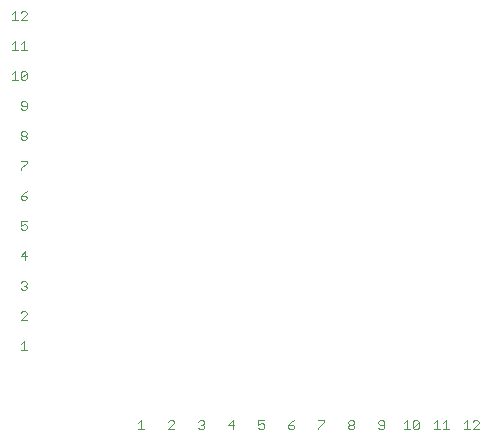
<source format=gko>
G75*
%MOIN*%
%OFA0B0*%
%FSLAX25Y25*%
%IPPOS*%
%LPD*%
%AMOC8*
5,1,8,0,0,1.08239X$1,22.5*
%
%ADD10C,0.00300*%
D10*
X0040521Y0033417D02*
X0042456Y0033417D01*
X0041489Y0033417D02*
X0041489Y0036319D01*
X0040521Y0035352D01*
X0040521Y0043417D02*
X0042456Y0045352D01*
X0042456Y0045835D01*
X0041973Y0046319D01*
X0041005Y0046319D01*
X0040521Y0045835D01*
X0040521Y0043417D02*
X0042456Y0043417D01*
X0041973Y0053417D02*
X0041005Y0053417D01*
X0040521Y0053900D01*
X0041489Y0054868D02*
X0041973Y0054868D01*
X0042456Y0054384D01*
X0042456Y0053900D01*
X0041973Y0053417D01*
X0041973Y0054868D02*
X0042456Y0055352D01*
X0042456Y0055835D01*
X0041973Y0056319D01*
X0041005Y0056319D01*
X0040521Y0055835D01*
X0041973Y0063417D02*
X0041973Y0066319D01*
X0040521Y0064868D01*
X0042456Y0064868D01*
X0041973Y0073417D02*
X0041005Y0073417D01*
X0040521Y0073900D01*
X0040521Y0074868D02*
X0041489Y0075352D01*
X0041973Y0075352D01*
X0042456Y0074868D01*
X0042456Y0073900D01*
X0041973Y0073417D01*
X0040521Y0074868D02*
X0040521Y0076319D01*
X0042456Y0076319D01*
X0041973Y0083417D02*
X0042456Y0083900D01*
X0042456Y0084384D01*
X0041973Y0084868D01*
X0040521Y0084868D01*
X0040521Y0083900D01*
X0041005Y0083417D01*
X0041973Y0083417D01*
X0040521Y0084868D02*
X0041489Y0085835D01*
X0042456Y0086319D01*
X0040521Y0093417D02*
X0040521Y0093900D01*
X0042456Y0095835D01*
X0042456Y0096319D01*
X0040521Y0096319D01*
X0041005Y0103417D02*
X0040521Y0103900D01*
X0040521Y0104384D01*
X0041005Y0104868D01*
X0041973Y0104868D01*
X0042456Y0104384D01*
X0042456Y0103900D01*
X0041973Y0103417D01*
X0041005Y0103417D01*
X0041005Y0104868D02*
X0040521Y0105352D01*
X0040521Y0105835D01*
X0041005Y0106319D01*
X0041973Y0106319D01*
X0042456Y0105835D01*
X0042456Y0105352D01*
X0041973Y0104868D01*
X0041973Y0113417D02*
X0042456Y0113900D01*
X0042456Y0115835D01*
X0041973Y0116319D01*
X0041005Y0116319D01*
X0040521Y0115835D01*
X0040521Y0115352D01*
X0041005Y0114868D01*
X0042456Y0114868D01*
X0041973Y0113417D02*
X0041005Y0113417D01*
X0040521Y0113900D01*
X0041005Y0123417D02*
X0040521Y0123900D01*
X0042456Y0125835D01*
X0042456Y0123900D01*
X0041973Y0123417D01*
X0041005Y0123417D01*
X0040521Y0123900D02*
X0040521Y0125835D01*
X0041005Y0126319D01*
X0041973Y0126319D01*
X0042456Y0125835D01*
X0038542Y0126319D02*
X0038542Y0123417D01*
X0037575Y0123417D02*
X0039510Y0123417D01*
X0037575Y0125352D02*
X0038542Y0126319D01*
X0038542Y0133417D02*
X0038542Y0136319D01*
X0037575Y0135352D01*
X0037575Y0133417D02*
X0039510Y0133417D01*
X0040521Y0133417D02*
X0042456Y0133417D01*
X0041489Y0133417D02*
X0041489Y0136319D01*
X0040521Y0135352D01*
X0040521Y0143417D02*
X0042456Y0145352D01*
X0042456Y0145835D01*
X0041973Y0146319D01*
X0041005Y0146319D01*
X0040521Y0145835D01*
X0038542Y0146319D02*
X0038542Y0143417D01*
X0037575Y0143417D02*
X0039510Y0143417D01*
X0040521Y0143417D02*
X0042456Y0143417D01*
X0038542Y0146319D02*
X0037575Y0145352D01*
X0080641Y0009919D02*
X0080641Y0007017D01*
X0079674Y0007017D02*
X0081609Y0007017D01*
X0079674Y0008952D02*
X0080641Y0009919D01*
X0089674Y0009435D02*
X0090158Y0009919D01*
X0091125Y0009919D01*
X0091609Y0009435D01*
X0091609Y0008952D01*
X0089674Y0007017D01*
X0091609Y0007017D01*
X0099674Y0007500D02*
X0100158Y0007017D01*
X0101125Y0007017D01*
X0101609Y0007500D01*
X0101609Y0007984D01*
X0101125Y0008468D01*
X0100641Y0008468D01*
X0101125Y0008468D02*
X0101609Y0008952D01*
X0101609Y0009435D01*
X0101125Y0009919D01*
X0100158Y0009919D01*
X0099674Y0009435D01*
X0109674Y0008468D02*
X0111609Y0008468D01*
X0111125Y0007017D02*
X0111125Y0009919D01*
X0109674Y0008468D01*
X0119674Y0008468D02*
X0120641Y0008952D01*
X0121125Y0008952D01*
X0121609Y0008468D01*
X0121609Y0007500D01*
X0121125Y0007017D01*
X0120158Y0007017D01*
X0119674Y0007500D01*
X0119674Y0008468D02*
X0119674Y0009919D01*
X0121609Y0009919D01*
X0129674Y0008468D02*
X0129674Y0007500D01*
X0130158Y0007017D01*
X0131125Y0007017D01*
X0131609Y0007500D01*
X0131609Y0007984D01*
X0131125Y0008468D01*
X0129674Y0008468D01*
X0130641Y0009435D01*
X0131609Y0009919D01*
X0139674Y0009919D02*
X0141609Y0009919D01*
X0141609Y0009435D01*
X0139674Y0007500D01*
X0139674Y0007017D01*
X0149674Y0007500D02*
X0149674Y0007984D01*
X0150158Y0008468D01*
X0151125Y0008468D01*
X0151609Y0007984D01*
X0151609Y0007500D01*
X0151125Y0007017D01*
X0150158Y0007017D01*
X0149674Y0007500D01*
X0150158Y0008468D02*
X0149674Y0008952D01*
X0149674Y0009435D01*
X0150158Y0009919D01*
X0151125Y0009919D01*
X0151609Y0009435D01*
X0151609Y0008952D01*
X0151125Y0008468D01*
X0159674Y0008952D02*
X0160158Y0008468D01*
X0161609Y0008468D01*
X0161609Y0009435D02*
X0161125Y0009919D01*
X0160158Y0009919D01*
X0159674Y0009435D01*
X0159674Y0008952D01*
X0159674Y0007500D02*
X0160158Y0007017D01*
X0161125Y0007017D01*
X0161609Y0007500D01*
X0161609Y0009435D01*
X0168201Y0008952D02*
X0169168Y0009919D01*
X0169168Y0007017D01*
X0168201Y0007017D02*
X0170135Y0007017D01*
X0171147Y0007500D02*
X0171147Y0009435D01*
X0171631Y0009919D01*
X0172598Y0009919D01*
X0173082Y0009435D01*
X0171147Y0007500D01*
X0171631Y0007017D01*
X0172598Y0007017D01*
X0173082Y0007500D01*
X0173082Y0009435D01*
X0178201Y0008952D02*
X0179168Y0009919D01*
X0179168Y0007017D01*
X0178201Y0007017D02*
X0180135Y0007017D01*
X0181147Y0007017D02*
X0183082Y0007017D01*
X0182115Y0007017D02*
X0182115Y0009919D01*
X0181147Y0008952D01*
X0188201Y0008952D02*
X0189168Y0009919D01*
X0189168Y0007017D01*
X0188201Y0007017D02*
X0190135Y0007017D01*
X0191147Y0007017D02*
X0193082Y0008952D01*
X0193082Y0009435D01*
X0192598Y0009919D01*
X0191631Y0009919D01*
X0191147Y0009435D01*
X0191147Y0007017D02*
X0193082Y0007017D01*
M02*

</source>
